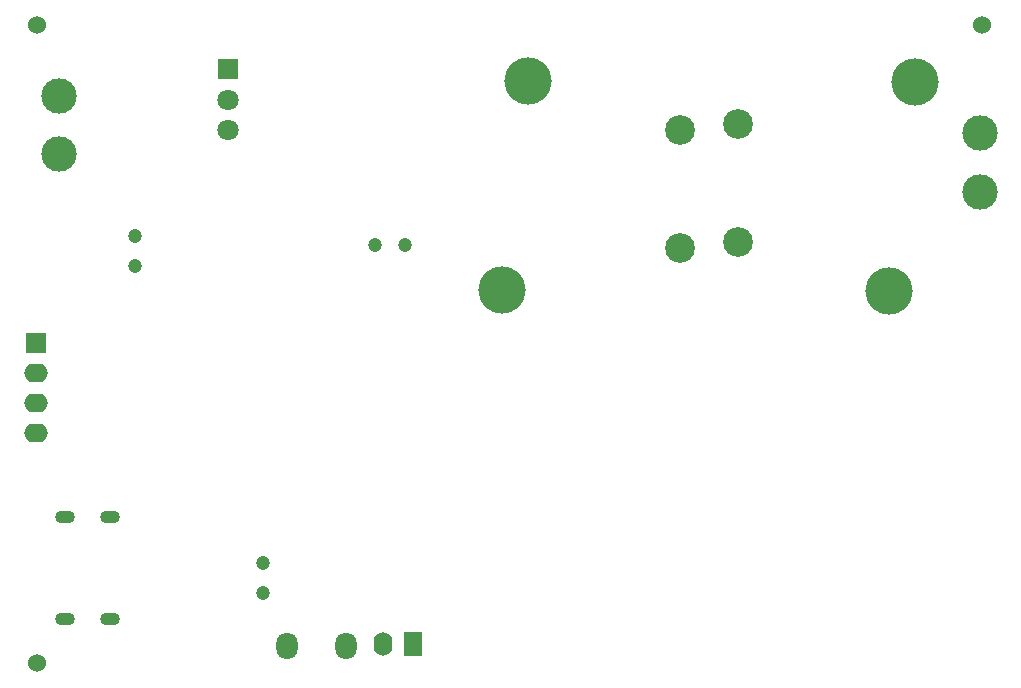
<source format=gbr>
G04*
G04 #@! TF.GenerationSoftware,Altium Limited,Altium Designer,23.0.1 (38)*
G04*
G04 Layer_Color=255*
%FSLAX25Y25*%
%MOIN*%
G70*
G04*
G04 #@! TF.SameCoordinates,8278F28E-5B15-4BE8-8149-663F5D52C5DE*
G04*
G04*
G04 #@! TF.FilePolarity,Positive*
G04*
G01*
G75*
%ADD63O,0.06693X0.04331*%
%ADD64C,0.06000*%
%ADD65C,0.11811*%
%ADD66C,0.09937*%
%ADD67C,0.15748*%
%ADD68R,0.07087X0.07087*%
%ADD69C,0.07087*%
%ADD70R,0.07087X0.07087*%
%ADD71O,0.07874X0.06299*%
%ADD72O,0.07087X0.09055*%
%ADD73R,0.06299X0.07874*%
%ADD74O,0.06299X0.07874*%
%ADD75C,0.04724*%
%ADD77C,0.09843*%
D63*
X38961Y60500D02*
D03*
Y26484D02*
D03*
X24000Y60500D02*
D03*
Y26484D02*
D03*
D64*
X14811Y224410D02*
D03*
X329772D02*
D03*
X14811Y11811D02*
D03*
D65*
X22000Y181315D02*
D03*
Y200842D02*
D03*
X329000Y188342D02*
D03*
Y168815D02*
D03*
D66*
X248500Y152130D02*
D03*
Y191500D02*
D03*
X229000Y189370D02*
D03*
Y150000D02*
D03*
D67*
X298894Y135791D02*
D03*
X307555Y205476D02*
D03*
X178606Y205709D02*
D03*
X169945Y136024D02*
D03*
D68*
X78500Y209736D02*
D03*
D69*
Y189264D02*
D03*
Y199500D02*
D03*
D70*
X14500Y118500D02*
D03*
D71*
Y108500D02*
D03*
Y98500D02*
D03*
Y88500D02*
D03*
D72*
X117842Y17500D02*
D03*
X98158D02*
D03*
D73*
X140000Y18000D02*
D03*
D74*
X130000D02*
D03*
D75*
X137500Y151000D02*
D03*
X127500D02*
D03*
X47500Y144000D02*
D03*
Y154000D02*
D03*
X90000Y45000D02*
D03*
Y35000D02*
D03*
D77*
X22000Y181315D02*
D03*
X329000Y168815D02*
D03*
M02*

</source>
